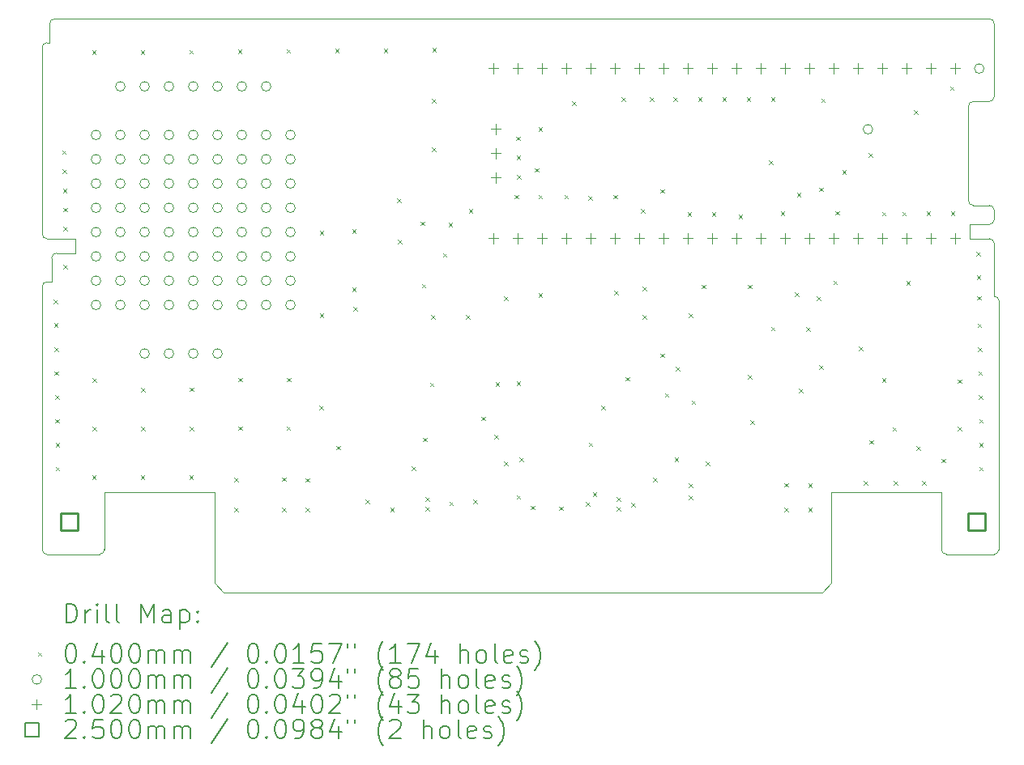
<source format=gbr>
%TF.GenerationSoftware,KiCad,Pcbnew,(6.0.9-0)*%
%TF.CreationDate,2022-11-10T09:06:53+01:00*%
%TF.ProjectId,picocart64_v1_lite,7069636f-6361-4727-9436-345f76315f6c,rev?*%
%TF.SameCoordinates,Original*%
%TF.FileFunction,Drillmap*%
%TF.FilePolarity,Positive*%
%FSLAX45Y45*%
G04 Gerber Fmt 4.5, Leading zero omitted, Abs format (unit mm)*
G04 Created by KiCad (PCBNEW (6.0.9-0)) date 2022-11-10 09:06:53*
%MOMM*%
%LPD*%
G01*
G04 APERTURE LIST*
%ADD10C,0.100000*%
%ADD11C,0.200000*%
%ADD12C,0.040000*%
%ADD13C,0.102000*%
%ADD14C,0.250000*%
G04 APERTURE END LIST*
D10*
X18250000Y-11900000D02*
X18250000Y-10950000D01*
X19400000Y-10950000D02*
X18250000Y-10950000D01*
X19400000Y-10950000D02*
X19400000Y-11550000D01*
X19950000Y-11600000D02*
X19450000Y-11600000D01*
X20000000Y-11550000D02*
X20000000Y-8950000D01*
X19690000Y-8300000D02*
X19690000Y-8150000D01*
X19900000Y-8150000D02*
X19690000Y-8150000D01*
X11800000Y-11900000D02*
X11900000Y-12000000D01*
X18250000Y-11900000D02*
X18150000Y-12000000D01*
X10130000Y-6000000D02*
G75*
G03*
X10080000Y-6050000I0J-50000D01*
G01*
X10050000Y-6250000D02*
G75*
G03*
X10000000Y-6300000I0J-50000D01*
G01*
X10000000Y-8250000D02*
G75*
G03*
X10050000Y-8300000I50000J0D01*
G01*
X10150000Y-8450000D02*
G75*
G03*
X10100000Y-8500000I0J-50000D01*
G01*
X10050000Y-8750000D02*
G75*
G03*
X10000000Y-8800000I0J-50000D01*
G01*
X10000000Y-11550000D02*
G75*
G03*
X10050000Y-11600000I50000J0D01*
G01*
X10600000Y-11600000D02*
G75*
G03*
X10650000Y-11550000I0J50000D01*
G01*
X19400000Y-11550000D02*
G75*
G03*
X19450000Y-11600000I50000J0D01*
G01*
X19950000Y-11600000D02*
G75*
G03*
X20000000Y-11550000I0J50000D01*
G01*
X19950000Y-8350000D02*
G75*
G03*
X19900000Y-8300000I-50000J0D01*
G01*
X19900000Y-8150000D02*
G75*
G03*
X19950000Y-8100000I0J50000D01*
G01*
X20000000Y-8950000D02*
G75*
G03*
X19950000Y-8900000I-50000J0D01*
G01*
X19730000Y-6865000D02*
G75*
G03*
X19680000Y-6915000I0J-50000D01*
G01*
X19950000Y-8350000D02*
X19950000Y-8900000D01*
X11800000Y-11900000D02*
X11800000Y-10950000D01*
X19950000Y-8000000D02*
G75*
G03*
X19900000Y-7950000I-50000J0D01*
G01*
X10650000Y-10950000D02*
X10650000Y-11550000D01*
X19950000Y-6050000D02*
G75*
G03*
X19900000Y-6000000I-50000J0D01*
G01*
X19680000Y-7900000D02*
G75*
G03*
X19730000Y-7950000I50000J0D01*
G01*
X18150000Y-12000000D02*
X11900000Y-12000000D01*
X19899645Y-6864645D02*
X19730000Y-6865000D01*
X11800000Y-10950000D02*
X10650000Y-10950000D01*
X10350000Y-8450000D02*
X10350000Y-8300000D01*
X19949645Y-6814645D02*
X19950000Y-6050000D01*
X10150000Y-8450000D02*
X10350000Y-8450000D01*
X10600000Y-11600000D02*
X10050000Y-11600000D01*
X10050000Y-6250000D02*
X10080000Y-6250000D01*
X10000000Y-8250000D02*
X10000000Y-6300000D01*
X10080000Y-6250000D02*
X10080000Y-6050000D01*
X10130000Y-6000000D02*
X19900000Y-6000000D01*
X10000000Y-11550000D02*
X10000000Y-8800000D01*
X19900000Y-7950000D02*
X19730000Y-7950000D01*
X10050000Y-8750000D02*
X10100000Y-8750000D01*
X19899645Y-6864645D02*
G75*
G03*
X19949645Y-6814645I-5J50005D01*
G01*
X10100000Y-8750000D02*
X10100000Y-8500000D01*
X19900000Y-8300000D02*
X19690000Y-8300000D01*
X19950000Y-8100000D02*
X19950000Y-8000000D01*
X10350000Y-8300000D02*
X10050000Y-8300000D01*
X19680000Y-7900000D02*
X19680000Y-6915000D01*
D11*
D12*
X10118414Y-8935330D02*
X10158414Y-8975330D01*
X10158414Y-8935330D02*
X10118414Y-8975330D01*
X10122500Y-9185330D02*
X10162500Y-9225330D01*
X10162500Y-9185330D02*
X10122500Y-9225330D01*
X10126586Y-9435330D02*
X10166586Y-9475330D01*
X10166586Y-9435330D02*
X10126586Y-9475330D01*
X10130672Y-9685330D02*
X10170672Y-9725330D01*
X10170672Y-9685330D02*
X10130672Y-9725330D01*
X10134757Y-9935330D02*
X10174757Y-9975330D01*
X10174757Y-9935330D02*
X10134757Y-9975330D01*
X10138843Y-10185330D02*
X10178843Y-10225330D01*
X10178843Y-10185330D02*
X10138843Y-10225330D01*
X10139610Y-10435330D02*
X10179610Y-10475330D01*
X10179610Y-10435330D02*
X10139610Y-10475330D01*
X10139610Y-10685330D02*
X10179610Y-10725330D01*
X10179610Y-10685330D02*
X10139610Y-10725330D01*
X10208881Y-7376000D02*
X10248881Y-7416000D01*
X10248881Y-7376000D02*
X10208881Y-7416000D01*
X10212286Y-7576000D02*
X10252286Y-7616000D01*
X10252286Y-7576000D02*
X10212286Y-7616000D01*
X10215690Y-7776000D02*
X10255690Y-7816000D01*
X10255690Y-7776000D02*
X10215690Y-7816000D01*
X10219095Y-7976000D02*
X10259095Y-8016000D01*
X10259095Y-7976000D02*
X10219095Y-8016000D01*
X10222500Y-8176000D02*
X10262500Y-8216000D01*
X10262500Y-8176000D02*
X10222500Y-8216000D01*
X10222500Y-8576000D02*
X10262500Y-8616000D01*
X10262500Y-8576000D02*
X10222500Y-8616000D01*
X10521000Y-6330000D02*
X10561000Y-6370000D01*
X10561000Y-6330000D02*
X10521000Y-6370000D01*
X10521000Y-10775000D02*
X10561000Y-10815000D01*
X10561000Y-10775000D02*
X10521000Y-10815000D01*
X10522970Y-10267000D02*
X10562970Y-10307000D01*
X10562970Y-10267000D02*
X10522970Y-10307000D01*
X10526556Y-9759000D02*
X10566556Y-9799000D01*
X10566556Y-9759000D02*
X10526556Y-9799000D01*
X11029000Y-6329998D02*
X11069000Y-6369998D01*
X11069000Y-6329998D02*
X11029000Y-6369998D01*
X11029000Y-10773750D02*
X11069000Y-10813750D01*
X11069000Y-10773750D02*
X11029000Y-10813750D01*
X11030970Y-10265750D02*
X11070970Y-10305750D01*
X11070970Y-10265750D02*
X11030970Y-10305750D01*
X11034556Y-9857970D02*
X11074556Y-9897970D01*
X11074556Y-9857970D02*
X11034556Y-9897970D01*
X11537000Y-6325912D02*
X11577000Y-6365912D01*
X11577000Y-6325912D02*
X11537000Y-6365912D01*
X11537000Y-10771779D02*
X11577000Y-10811779D01*
X11577000Y-10771779D02*
X11537000Y-10811779D01*
X11538970Y-10263779D02*
X11578970Y-10303779D01*
X11578970Y-10263779D02*
X11538970Y-10303779D01*
X11542556Y-9856000D02*
X11582556Y-9896000D01*
X11582556Y-9856000D02*
X11542556Y-9896000D01*
X12005000Y-10800000D02*
X12045000Y-10840000D01*
X12045000Y-10800000D02*
X12005000Y-10840000D01*
X12005000Y-11115000D02*
X12045000Y-11155000D01*
X12045000Y-11115000D02*
X12005000Y-11155000D01*
X12045000Y-6321827D02*
X12085000Y-6361827D01*
X12085000Y-6321827D02*
X12045000Y-6361827D01*
X12046970Y-10261809D02*
X12086970Y-10301809D01*
X12086970Y-10261809D02*
X12046970Y-10301809D01*
X12050556Y-9753809D02*
X12090556Y-9793809D01*
X12090556Y-9753809D02*
X12050556Y-9793809D01*
X12505000Y-10795000D02*
X12545000Y-10835000D01*
X12545000Y-10795000D02*
X12505000Y-10835000D01*
X12505000Y-11115000D02*
X12545000Y-11155000D01*
X12545000Y-11115000D02*
X12505000Y-11155000D01*
X12553000Y-6317741D02*
X12593000Y-6357741D01*
X12593000Y-6317741D02*
X12553000Y-6357741D01*
X12553000Y-10261449D02*
X12593000Y-10301449D01*
X12593000Y-10261449D02*
X12553000Y-10301449D01*
X12556586Y-9753449D02*
X12596586Y-9793449D01*
X12596586Y-9753449D02*
X12556586Y-9793449D01*
X12755000Y-10805000D02*
X12795000Y-10845000D01*
X12795000Y-10805000D02*
X12755000Y-10845000D01*
X12755000Y-11115000D02*
X12795000Y-11155000D01*
X12795000Y-11115000D02*
X12755000Y-11155000D01*
X12895000Y-10045000D02*
X12935000Y-10085000D01*
X12935000Y-10045000D02*
X12895000Y-10085000D01*
X12900000Y-8215000D02*
X12940000Y-8255000D01*
X12940000Y-8215000D02*
X12900000Y-8255000D01*
X12900000Y-9080650D02*
X12940000Y-9120650D01*
X12940000Y-9080650D02*
X12900000Y-9120650D01*
X13061000Y-6313655D02*
X13101000Y-6353655D01*
X13101000Y-6313655D02*
X13061000Y-6353655D01*
X13075000Y-10465000D02*
X13115000Y-10505000D01*
X13115000Y-10465000D02*
X13075000Y-10505000D01*
X13240000Y-8200000D02*
X13280000Y-8240000D01*
X13280000Y-8200000D02*
X13240000Y-8240000D01*
X13240000Y-8810000D02*
X13280000Y-8850000D01*
X13280000Y-8810000D02*
X13240000Y-8850000D01*
X13255000Y-9015000D02*
X13295000Y-9055000D01*
X13295000Y-9015000D02*
X13255000Y-9055000D01*
X13377500Y-11031000D02*
X13417500Y-11071000D01*
X13417500Y-11031000D02*
X13377500Y-11071000D01*
X13569000Y-6309569D02*
X13609000Y-6349569D01*
X13609000Y-6309569D02*
X13569000Y-6349569D01*
X13637500Y-11111000D02*
X13677500Y-11151000D01*
X13677500Y-11111000D02*
X13637500Y-11151000D01*
X13707500Y-7881000D02*
X13747500Y-7921000D01*
X13747500Y-7881000D02*
X13707500Y-7921000D01*
X13717500Y-8311000D02*
X13757500Y-8351000D01*
X13757500Y-8311000D02*
X13717500Y-8351000D01*
X13862500Y-10681000D02*
X13902500Y-10721000D01*
X13902500Y-10681000D02*
X13862500Y-10721000D01*
X13957500Y-8121000D02*
X13997500Y-8161000D01*
X13997500Y-8121000D02*
X13957500Y-8161000D01*
X13967500Y-8771000D02*
X14007500Y-8811000D01*
X14007500Y-8771000D02*
X13967500Y-8811000D01*
X13977500Y-10381000D02*
X14017500Y-10421000D01*
X14017500Y-10381000D02*
X13977500Y-10421000D01*
X14004100Y-11005900D02*
X14044100Y-11045900D01*
X14044100Y-11005900D02*
X14004100Y-11045900D01*
X14004100Y-11105900D02*
X14044100Y-11145900D01*
X14044100Y-11105900D02*
X14004100Y-11145900D01*
X14052780Y-9805120D02*
X14092780Y-9845120D01*
X14092780Y-9805120D02*
X14052780Y-9845120D01*
X14067500Y-9095000D02*
X14107500Y-9135000D01*
X14107500Y-9095000D02*
X14067500Y-9135000D01*
X14070532Y-7346000D02*
X14110532Y-7386000D01*
X14110532Y-7346000D02*
X14070532Y-7386000D01*
X14074618Y-6838000D02*
X14114618Y-6878000D01*
X14114618Y-6838000D02*
X14074618Y-6878000D01*
X14077000Y-6305483D02*
X14117000Y-6345483D01*
X14117000Y-6305483D02*
X14077000Y-6345483D01*
X14187500Y-8451000D02*
X14227500Y-8491000D01*
X14227500Y-8451000D02*
X14187500Y-8491000D01*
X14247500Y-8131000D02*
X14287500Y-8171000D01*
X14287500Y-8131000D02*
X14247500Y-8171000D01*
X14255000Y-11050000D02*
X14295000Y-11090000D01*
X14295000Y-11050000D02*
X14255000Y-11090000D01*
X14427500Y-9095000D02*
X14467500Y-9135000D01*
X14467500Y-9095000D02*
X14427500Y-9135000D01*
X14457500Y-7991000D02*
X14497500Y-8031000D01*
X14497500Y-7991000D02*
X14457500Y-8031000D01*
X14505000Y-11031000D02*
X14545000Y-11071000D01*
X14545000Y-11031000D02*
X14505000Y-11071000D01*
X14587500Y-10161000D02*
X14627500Y-10201000D01*
X14627500Y-10161000D02*
X14587500Y-10201000D01*
X14727500Y-10351000D02*
X14767500Y-10391000D01*
X14767500Y-10351000D02*
X14727500Y-10391000D01*
X14737500Y-9801000D02*
X14777500Y-9841000D01*
X14777500Y-9801000D02*
X14737500Y-9841000D01*
X14827500Y-8901000D02*
X14867500Y-8941000D01*
X14867500Y-8901000D02*
X14827500Y-8941000D01*
X14827500Y-10631000D02*
X14867500Y-10671000D01*
X14867500Y-10631000D02*
X14827500Y-10671000D01*
X14937500Y-7841000D02*
X14977500Y-7881000D01*
X14977500Y-7841000D02*
X14937500Y-7881000D01*
X14954801Y-7231000D02*
X14994801Y-7271000D01*
X14994801Y-7231000D02*
X14954801Y-7271000D01*
X14957500Y-9791000D02*
X14997500Y-9831000D01*
X14997500Y-9791000D02*
X14957500Y-9831000D01*
X14957500Y-10981000D02*
X14997500Y-11021000D01*
X14997500Y-10981000D02*
X14957500Y-11021000D01*
X14957638Y-7431000D02*
X14997638Y-7471000D01*
X14997638Y-7431000D02*
X14957638Y-7471000D01*
X14960476Y-7631000D02*
X15000476Y-7671000D01*
X15000476Y-7631000D02*
X14960476Y-7671000D01*
X14987500Y-10591000D02*
X15027500Y-10631000D01*
X15027500Y-10591000D02*
X14987500Y-10631000D01*
X15107500Y-11091000D02*
X15147500Y-11131000D01*
X15147500Y-11091000D02*
X15107500Y-11131000D01*
X15147500Y-7561000D02*
X15187500Y-7601000D01*
X15187500Y-7561000D02*
X15147500Y-7601000D01*
X15187500Y-7131000D02*
X15227500Y-7171000D01*
X15227500Y-7131000D02*
X15187500Y-7171000D01*
X15187500Y-7841000D02*
X15227500Y-7881000D01*
X15227500Y-7841000D02*
X15187500Y-7881000D01*
X15187500Y-8871000D02*
X15227500Y-8911000D01*
X15227500Y-8871000D02*
X15187500Y-8911000D01*
X15400000Y-11100000D02*
X15440000Y-11140000D01*
X15440000Y-11100000D02*
X15400000Y-11140000D01*
X15457500Y-7841000D02*
X15497500Y-7881000D01*
X15497500Y-7841000D02*
X15457500Y-7881000D01*
X15537500Y-6861000D02*
X15577500Y-6901000D01*
X15577500Y-6861000D02*
X15537500Y-6901000D01*
X15685000Y-11055000D02*
X15725000Y-11095000D01*
X15725000Y-11055000D02*
X15685000Y-11095000D01*
X15707500Y-7851000D02*
X15747500Y-7891000D01*
X15747500Y-7851000D02*
X15707500Y-7891000D01*
X15712500Y-10431000D02*
X15752500Y-10471000D01*
X15752500Y-10431000D02*
X15712500Y-10471000D01*
X15755000Y-10950000D02*
X15795000Y-10990000D01*
X15795000Y-10950000D02*
X15755000Y-10990000D01*
X15842500Y-10046000D02*
X15882500Y-10086000D01*
X15882500Y-10046000D02*
X15842500Y-10086000D01*
X15967500Y-7841000D02*
X16007500Y-7881000D01*
X16007500Y-7841000D02*
X15967500Y-7881000D01*
X15977500Y-8841000D02*
X16017500Y-8881000D01*
X16017500Y-8841000D02*
X15977500Y-8881000D01*
X16004100Y-11005900D02*
X16044100Y-11045900D01*
X16044100Y-11005900D02*
X16004100Y-11045900D01*
X16004100Y-11105200D02*
X16044100Y-11145200D01*
X16044100Y-11105200D02*
X16004100Y-11145200D01*
X16057500Y-6821000D02*
X16097500Y-6861000D01*
X16097500Y-6821000D02*
X16057500Y-6861000D01*
X16097500Y-9746000D02*
X16137500Y-9786000D01*
X16137500Y-9746000D02*
X16097500Y-9786000D01*
X16157500Y-11061000D02*
X16197500Y-11101000D01*
X16197500Y-11061000D02*
X16157500Y-11101000D01*
X16257500Y-7991000D02*
X16297500Y-8031000D01*
X16297500Y-7991000D02*
X16257500Y-8031000D01*
X16277500Y-8801000D02*
X16317500Y-8841000D01*
X16317500Y-8801000D02*
X16277500Y-8841000D01*
X16277500Y-9095000D02*
X16317500Y-9135000D01*
X16317500Y-9095000D02*
X16277500Y-9135000D01*
X16347905Y-6821000D02*
X16387905Y-6861000D01*
X16387905Y-6821000D02*
X16347905Y-6861000D01*
X16387500Y-10801000D02*
X16427500Y-10841000D01*
X16427500Y-10801000D02*
X16387500Y-10841000D01*
X16462500Y-7781000D02*
X16502500Y-7821000D01*
X16502500Y-7781000D02*
X16462500Y-7821000D01*
X16462500Y-9501000D02*
X16502500Y-9541000D01*
X16502500Y-9501000D02*
X16462500Y-9541000D01*
X16507500Y-9916000D02*
X16547500Y-9956000D01*
X16547500Y-9916000D02*
X16507500Y-9956000D01*
X16597905Y-6821000D02*
X16637905Y-6861000D01*
X16637905Y-6821000D02*
X16597905Y-6861000D01*
X16610000Y-10585000D02*
X16650000Y-10625000D01*
X16650000Y-10585000D02*
X16610000Y-10625000D01*
X16622500Y-9641000D02*
X16662500Y-9681000D01*
X16662500Y-9641000D02*
X16622500Y-9681000D01*
X16744000Y-8022414D02*
X16784000Y-8062414D01*
X16784000Y-8022414D02*
X16744000Y-8062414D01*
X16755000Y-10860000D02*
X16795000Y-10900000D01*
X16795000Y-10860000D02*
X16755000Y-10900000D01*
X16755000Y-10985000D02*
X16795000Y-11025000D01*
X16795000Y-10985000D02*
X16755000Y-11025000D01*
X16757500Y-9080650D02*
X16797500Y-9120650D01*
X16797500Y-9080650D02*
X16757500Y-9120650D01*
X16787500Y-9991000D02*
X16827500Y-10031000D01*
X16827500Y-9991000D02*
X16787500Y-10031000D01*
X16855500Y-6823280D02*
X16895500Y-6863280D01*
X16895500Y-6823280D02*
X16855500Y-6863280D01*
X16892500Y-8781500D02*
X16932500Y-8821500D01*
X16932500Y-8781500D02*
X16892500Y-8821500D01*
X16933140Y-10628080D02*
X16973140Y-10668080D01*
X16973140Y-10628080D02*
X16933140Y-10668080D01*
X16998000Y-8020050D02*
X17038000Y-8060050D01*
X17038000Y-8020050D02*
X16998000Y-8060050D01*
X17109500Y-6823281D02*
X17149500Y-6863281D01*
X17149500Y-6823281D02*
X17109500Y-6863281D01*
X17277500Y-8051000D02*
X17317500Y-8091000D01*
X17317500Y-8051000D02*
X17277500Y-8091000D01*
X17363500Y-6822140D02*
X17403500Y-6862140D01*
X17403500Y-6822140D02*
X17363500Y-6862140D01*
X17372500Y-9726000D02*
X17412500Y-9766000D01*
X17412500Y-9726000D02*
X17372500Y-9766000D01*
X17377500Y-8781000D02*
X17417500Y-8821000D01*
X17417500Y-8781000D02*
X17377500Y-8821000D01*
X17402500Y-10201000D02*
X17442500Y-10241000D01*
X17442500Y-10201000D02*
X17402500Y-10241000D01*
X17597500Y-7481000D02*
X17637500Y-7521000D01*
X17637500Y-7481000D02*
X17597500Y-7521000D01*
X17617500Y-6821000D02*
X17657500Y-6861000D01*
X17657500Y-6821000D02*
X17617500Y-6861000D01*
X17617500Y-9221000D02*
X17657500Y-9261000D01*
X17657500Y-9221000D02*
X17617500Y-9261000D01*
X17718000Y-8016491D02*
X17758000Y-8056491D01*
X17758000Y-8016491D02*
X17718000Y-8056491D01*
X17755000Y-10855000D02*
X17795000Y-10895000D01*
X17795000Y-10855000D02*
X17755000Y-10895000D01*
X17755000Y-11115000D02*
X17795000Y-11155000D01*
X17795000Y-11115000D02*
X17755000Y-11155000D01*
X17867500Y-8861000D02*
X17907500Y-8901000D01*
X17907500Y-8861000D02*
X17867500Y-8901000D01*
X17887500Y-7821000D02*
X17927500Y-7861000D01*
X17927500Y-7821000D02*
X17887500Y-7861000D01*
X17907500Y-9871000D02*
X17947500Y-9911000D01*
X17947500Y-9871000D02*
X17907500Y-9911000D01*
X17984700Y-9226000D02*
X18024700Y-9266000D01*
X18024700Y-9226000D02*
X17984700Y-9266000D01*
X18005000Y-10860000D02*
X18045000Y-10900000D01*
X18045000Y-10860000D02*
X18005000Y-10900000D01*
X18005000Y-11115000D02*
X18045000Y-11155000D01*
X18045000Y-11115000D02*
X18005000Y-11155000D01*
X18096460Y-8900880D02*
X18136460Y-8940880D01*
X18136460Y-8900880D02*
X18096460Y-8940880D01*
X18117500Y-9621000D02*
X18157500Y-9661000D01*
X18157500Y-9621000D02*
X18117500Y-9661000D01*
X18120000Y-7765500D02*
X18160000Y-7805500D01*
X18160000Y-7765500D02*
X18120000Y-7805500D01*
X18141000Y-6833897D02*
X18181000Y-6873897D01*
X18181000Y-6833897D02*
X18141000Y-6873897D01*
X18268000Y-8738796D02*
X18308000Y-8778796D01*
X18308000Y-8738796D02*
X18268000Y-8778796D01*
X18287500Y-8010817D02*
X18327500Y-8050817D01*
X18327500Y-8010817D02*
X18287500Y-8050817D01*
X18362500Y-7581000D02*
X18402500Y-7621000D01*
X18402500Y-7581000D02*
X18362500Y-7621000D01*
X18537500Y-9431000D02*
X18577500Y-9471000D01*
X18577500Y-9431000D02*
X18537500Y-9471000D01*
X18587500Y-10836350D02*
X18627500Y-10876350D01*
X18627500Y-10836350D02*
X18587500Y-10876350D01*
X18637500Y-7406000D02*
X18677500Y-7446000D01*
X18677500Y-7406000D02*
X18637500Y-7446000D01*
X18647500Y-10406000D02*
X18687500Y-10446000D01*
X18687500Y-10406000D02*
X18647500Y-10446000D01*
X18775879Y-8019500D02*
X18815879Y-8059500D01*
X18815879Y-8019500D02*
X18775879Y-8059500D01*
X18776000Y-9755935D02*
X18816000Y-9795935D01*
X18816000Y-9755935D02*
X18776000Y-9795935D01*
X18887500Y-10271000D02*
X18927500Y-10311000D01*
X18927500Y-10271000D02*
X18887500Y-10311000D01*
X18897500Y-10836350D02*
X18937500Y-10876350D01*
X18937500Y-10836350D02*
X18897500Y-10876350D01*
X18988000Y-8019329D02*
X19028000Y-8059329D01*
X19028000Y-8019329D02*
X18988000Y-8059329D01*
X19030000Y-8743000D02*
X19070000Y-8783000D01*
X19070000Y-8743000D02*
X19030000Y-8783000D01*
X19112500Y-6956000D02*
X19152500Y-6996000D01*
X19152500Y-6956000D02*
X19112500Y-6996000D01*
X19137500Y-10471000D02*
X19177500Y-10511000D01*
X19177500Y-10471000D02*
X19137500Y-10511000D01*
X19197500Y-10836350D02*
X19237500Y-10876350D01*
X19237500Y-10836350D02*
X19197500Y-10876350D01*
X19242000Y-8016491D02*
X19282000Y-8056491D01*
X19282000Y-8016491D02*
X19242000Y-8056491D01*
X19397500Y-10601000D02*
X19437500Y-10641000D01*
X19437500Y-10601000D02*
X19397500Y-10641000D01*
X19487500Y-6706000D02*
X19527500Y-6746000D01*
X19527500Y-6706000D02*
X19487500Y-6746000D01*
X19496000Y-8013654D02*
X19536000Y-8053654D01*
X19536000Y-8013654D02*
X19496000Y-8053654D01*
X19567500Y-9771000D02*
X19607500Y-9811000D01*
X19607500Y-9771000D02*
X19567500Y-9811000D01*
X19567500Y-10267000D02*
X19607500Y-10307000D01*
X19607500Y-10267000D02*
X19567500Y-10307000D01*
X19763133Y-8436000D02*
X19803133Y-8476000D01*
X19803133Y-8436000D02*
X19763133Y-8476000D01*
X19767219Y-8686000D02*
X19807219Y-8726000D01*
X19807219Y-8686000D02*
X19767219Y-8726000D01*
X19768500Y-8898000D02*
X19808500Y-8938000D01*
X19808500Y-8898000D02*
X19768500Y-8938000D01*
X19775390Y-9186000D02*
X19815390Y-9226000D01*
X19815390Y-9186000D02*
X19775390Y-9226000D01*
X19779476Y-9436000D02*
X19819476Y-9476000D01*
X19819476Y-9436000D02*
X19779476Y-9476000D01*
X19783562Y-9686000D02*
X19823562Y-9726000D01*
X19823562Y-9686000D02*
X19783562Y-9726000D01*
X19787648Y-9936000D02*
X19827648Y-9976000D01*
X19827648Y-9936000D02*
X19787648Y-9976000D01*
X19791734Y-10186000D02*
X19831734Y-10226000D01*
X19831734Y-10186000D02*
X19791734Y-10226000D01*
X19792500Y-10436000D02*
X19832500Y-10476000D01*
X19832500Y-10436000D02*
X19792500Y-10476000D01*
X19792500Y-10686000D02*
X19832500Y-10726000D01*
X19832500Y-10686000D02*
X19792500Y-10726000D01*
D10*
X10612500Y-7214000D02*
G75*
G03*
X10612500Y-7214000I-50000J0D01*
G01*
X10612500Y-7468000D02*
G75*
G03*
X10612500Y-7468000I-50000J0D01*
G01*
X10612500Y-7722000D02*
G75*
G03*
X10612500Y-7722000I-50000J0D01*
G01*
X10612500Y-7976000D02*
G75*
G03*
X10612500Y-7976000I-50000J0D01*
G01*
X10612500Y-8230000D02*
G75*
G03*
X10612500Y-8230000I-50000J0D01*
G01*
X10612500Y-8484000D02*
G75*
G03*
X10612500Y-8484000I-50000J0D01*
G01*
X10612500Y-8738000D02*
G75*
G03*
X10612500Y-8738000I-50000J0D01*
G01*
X10612500Y-8992000D02*
G75*
G03*
X10612500Y-8992000I-50000J0D01*
G01*
X10866500Y-6706000D02*
G75*
G03*
X10866500Y-6706000I-50000J0D01*
G01*
X10866500Y-7214000D02*
G75*
G03*
X10866500Y-7214000I-50000J0D01*
G01*
X10866500Y-7468000D02*
G75*
G03*
X10866500Y-7468000I-50000J0D01*
G01*
X10866500Y-7722000D02*
G75*
G03*
X10866500Y-7722000I-50000J0D01*
G01*
X10866500Y-7976000D02*
G75*
G03*
X10866500Y-7976000I-50000J0D01*
G01*
X10866500Y-8230000D02*
G75*
G03*
X10866500Y-8230000I-50000J0D01*
G01*
X10866500Y-8484000D02*
G75*
G03*
X10866500Y-8484000I-50000J0D01*
G01*
X10866500Y-8738000D02*
G75*
G03*
X10866500Y-8738000I-50000J0D01*
G01*
X10866500Y-8992000D02*
G75*
G03*
X10866500Y-8992000I-50000J0D01*
G01*
X11120500Y-6706000D02*
G75*
G03*
X11120500Y-6706000I-50000J0D01*
G01*
X11120500Y-7214000D02*
G75*
G03*
X11120500Y-7214000I-50000J0D01*
G01*
X11120500Y-7468000D02*
G75*
G03*
X11120500Y-7468000I-50000J0D01*
G01*
X11120500Y-7722000D02*
G75*
G03*
X11120500Y-7722000I-50000J0D01*
G01*
X11120500Y-7976000D02*
G75*
G03*
X11120500Y-7976000I-50000J0D01*
G01*
X11120500Y-8230000D02*
G75*
G03*
X11120500Y-8230000I-50000J0D01*
G01*
X11120500Y-8484000D02*
G75*
G03*
X11120500Y-8484000I-50000J0D01*
G01*
X11120500Y-8738000D02*
G75*
G03*
X11120500Y-8738000I-50000J0D01*
G01*
X11120500Y-8992000D02*
G75*
G03*
X11120500Y-8992000I-50000J0D01*
G01*
X11120500Y-9500000D02*
G75*
G03*
X11120500Y-9500000I-50000J0D01*
G01*
X11374500Y-6706000D02*
G75*
G03*
X11374500Y-6706000I-50000J0D01*
G01*
X11374500Y-7214000D02*
G75*
G03*
X11374500Y-7214000I-50000J0D01*
G01*
X11374500Y-7468000D02*
G75*
G03*
X11374500Y-7468000I-50000J0D01*
G01*
X11374500Y-7722000D02*
G75*
G03*
X11374500Y-7722000I-50000J0D01*
G01*
X11374500Y-7976000D02*
G75*
G03*
X11374500Y-7976000I-50000J0D01*
G01*
X11374500Y-8230000D02*
G75*
G03*
X11374500Y-8230000I-50000J0D01*
G01*
X11374500Y-8484000D02*
G75*
G03*
X11374500Y-8484000I-50000J0D01*
G01*
X11374500Y-8738000D02*
G75*
G03*
X11374500Y-8738000I-50000J0D01*
G01*
X11374500Y-8992000D02*
G75*
G03*
X11374500Y-8992000I-50000J0D01*
G01*
X11374500Y-9500000D02*
G75*
G03*
X11374500Y-9500000I-50000J0D01*
G01*
X11628500Y-6706000D02*
G75*
G03*
X11628500Y-6706000I-50000J0D01*
G01*
X11628500Y-7214000D02*
G75*
G03*
X11628500Y-7214000I-50000J0D01*
G01*
X11628500Y-7468000D02*
G75*
G03*
X11628500Y-7468000I-50000J0D01*
G01*
X11628500Y-7722000D02*
G75*
G03*
X11628500Y-7722000I-50000J0D01*
G01*
X11628500Y-7976000D02*
G75*
G03*
X11628500Y-7976000I-50000J0D01*
G01*
X11628500Y-8230000D02*
G75*
G03*
X11628500Y-8230000I-50000J0D01*
G01*
X11628500Y-8484000D02*
G75*
G03*
X11628500Y-8484000I-50000J0D01*
G01*
X11628500Y-8738000D02*
G75*
G03*
X11628500Y-8738000I-50000J0D01*
G01*
X11628500Y-8992000D02*
G75*
G03*
X11628500Y-8992000I-50000J0D01*
G01*
X11628500Y-9500000D02*
G75*
G03*
X11628500Y-9500000I-50000J0D01*
G01*
X11882500Y-6706000D02*
G75*
G03*
X11882500Y-6706000I-50000J0D01*
G01*
X11882500Y-7214000D02*
G75*
G03*
X11882500Y-7214000I-50000J0D01*
G01*
X11882500Y-7468000D02*
G75*
G03*
X11882500Y-7468000I-50000J0D01*
G01*
X11882500Y-7722000D02*
G75*
G03*
X11882500Y-7722000I-50000J0D01*
G01*
X11882500Y-7976000D02*
G75*
G03*
X11882500Y-7976000I-50000J0D01*
G01*
X11882500Y-8230000D02*
G75*
G03*
X11882500Y-8230000I-50000J0D01*
G01*
X11882500Y-8484000D02*
G75*
G03*
X11882500Y-8484000I-50000J0D01*
G01*
X11882500Y-8738000D02*
G75*
G03*
X11882500Y-8738000I-50000J0D01*
G01*
X11882500Y-8992000D02*
G75*
G03*
X11882500Y-8992000I-50000J0D01*
G01*
X11882500Y-9500000D02*
G75*
G03*
X11882500Y-9500000I-50000J0D01*
G01*
X12136500Y-6706000D02*
G75*
G03*
X12136500Y-6706000I-50000J0D01*
G01*
X12136500Y-7214000D02*
G75*
G03*
X12136500Y-7214000I-50000J0D01*
G01*
X12136500Y-7468000D02*
G75*
G03*
X12136500Y-7468000I-50000J0D01*
G01*
X12136500Y-7722000D02*
G75*
G03*
X12136500Y-7722000I-50000J0D01*
G01*
X12136500Y-7976000D02*
G75*
G03*
X12136500Y-7976000I-50000J0D01*
G01*
X12136500Y-8230000D02*
G75*
G03*
X12136500Y-8230000I-50000J0D01*
G01*
X12136500Y-8484000D02*
G75*
G03*
X12136500Y-8484000I-50000J0D01*
G01*
X12136500Y-8738000D02*
G75*
G03*
X12136500Y-8738000I-50000J0D01*
G01*
X12136500Y-8992000D02*
G75*
G03*
X12136500Y-8992000I-50000J0D01*
G01*
X12390500Y-6706000D02*
G75*
G03*
X12390500Y-6706000I-50000J0D01*
G01*
X12390500Y-7214000D02*
G75*
G03*
X12390500Y-7214000I-50000J0D01*
G01*
X12390500Y-7468000D02*
G75*
G03*
X12390500Y-7468000I-50000J0D01*
G01*
X12390500Y-7722000D02*
G75*
G03*
X12390500Y-7722000I-50000J0D01*
G01*
X12390500Y-7976000D02*
G75*
G03*
X12390500Y-7976000I-50000J0D01*
G01*
X12390500Y-8230000D02*
G75*
G03*
X12390500Y-8230000I-50000J0D01*
G01*
X12390500Y-8484000D02*
G75*
G03*
X12390500Y-8484000I-50000J0D01*
G01*
X12390500Y-8738000D02*
G75*
G03*
X12390500Y-8738000I-50000J0D01*
G01*
X12390500Y-8992000D02*
G75*
G03*
X12390500Y-8992000I-50000J0D01*
G01*
X12644500Y-7214000D02*
G75*
G03*
X12644500Y-7214000I-50000J0D01*
G01*
X12644500Y-7468000D02*
G75*
G03*
X12644500Y-7468000I-50000J0D01*
G01*
X12644500Y-7722000D02*
G75*
G03*
X12644500Y-7722000I-50000J0D01*
G01*
X12644500Y-7976000D02*
G75*
G03*
X12644500Y-7976000I-50000J0D01*
G01*
X12644500Y-8230000D02*
G75*
G03*
X12644500Y-8230000I-50000J0D01*
G01*
X12644500Y-8484000D02*
G75*
G03*
X12644500Y-8484000I-50000J0D01*
G01*
X12644500Y-8738000D02*
G75*
G03*
X12644500Y-8738000I-50000J0D01*
G01*
X12644500Y-8992000D02*
G75*
G03*
X12644500Y-8992000I-50000J0D01*
G01*
X18680000Y-7155000D02*
G75*
G03*
X18680000Y-7155000I-50000J0D01*
G01*
X19843999Y-6520000D02*
G75*
G03*
X19843999Y-6520000I-50000J0D01*
G01*
D13*
X14715860Y-6467500D02*
X14715860Y-6569500D01*
X14664860Y-6518500D02*
X14766860Y-6518500D01*
X14715860Y-8245500D02*
X14715860Y-8347500D01*
X14664860Y-8296500D02*
X14766860Y-8296500D01*
X14738860Y-7102500D02*
X14738860Y-7204500D01*
X14687860Y-7153500D02*
X14789860Y-7153500D01*
X14738860Y-7356500D02*
X14738860Y-7458500D01*
X14687860Y-7407500D02*
X14789860Y-7407500D01*
X14738860Y-7610500D02*
X14738860Y-7712500D01*
X14687860Y-7661500D02*
X14789860Y-7661500D01*
X14969860Y-6467500D02*
X14969860Y-6569500D01*
X14918860Y-6518500D02*
X15020860Y-6518500D01*
X14969860Y-8245500D02*
X14969860Y-8347500D01*
X14918860Y-8296500D02*
X15020860Y-8296500D01*
X15223860Y-6467500D02*
X15223860Y-6569500D01*
X15172860Y-6518500D02*
X15274860Y-6518500D01*
X15223860Y-8245500D02*
X15223860Y-8347500D01*
X15172860Y-8296500D02*
X15274860Y-8296500D01*
X15477860Y-6467500D02*
X15477860Y-6569500D01*
X15426860Y-6518500D02*
X15528860Y-6518500D01*
X15477860Y-8245500D02*
X15477860Y-8347500D01*
X15426860Y-8296500D02*
X15528860Y-8296500D01*
X15731860Y-6467500D02*
X15731860Y-6569500D01*
X15680860Y-6518500D02*
X15782860Y-6518500D01*
X15731860Y-8245500D02*
X15731860Y-8347500D01*
X15680860Y-8296500D02*
X15782860Y-8296500D01*
X15985860Y-6467500D02*
X15985860Y-6569500D01*
X15934860Y-6518500D02*
X16036860Y-6518500D01*
X15985860Y-8245500D02*
X15985860Y-8347500D01*
X15934860Y-8296500D02*
X16036860Y-8296500D01*
X16239860Y-6467500D02*
X16239860Y-6569500D01*
X16188860Y-6518500D02*
X16290860Y-6518500D01*
X16239860Y-8245500D02*
X16239860Y-8347500D01*
X16188860Y-8296500D02*
X16290860Y-8296500D01*
X16493860Y-6467500D02*
X16493860Y-6569500D01*
X16442860Y-6518500D02*
X16544860Y-6518500D01*
X16493860Y-8245500D02*
X16493860Y-8347500D01*
X16442860Y-8296500D02*
X16544860Y-8296500D01*
X16747860Y-6467500D02*
X16747860Y-6569500D01*
X16696860Y-6518500D02*
X16798860Y-6518500D01*
X16747860Y-8245500D02*
X16747860Y-8347500D01*
X16696860Y-8296500D02*
X16798860Y-8296500D01*
X17001860Y-6467500D02*
X17001860Y-6569500D01*
X16950860Y-6518500D02*
X17052860Y-6518500D01*
X17001860Y-8245500D02*
X17001860Y-8347500D01*
X16950860Y-8296500D02*
X17052860Y-8296500D01*
X17255860Y-6467500D02*
X17255860Y-6569500D01*
X17204860Y-6518500D02*
X17306860Y-6518500D01*
X17255860Y-8245500D02*
X17255860Y-8347500D01*
X17204860Y-8296500D02*
X17306860Y-8296500D01*
X17509860Y-6467500D02*
X17509860Y-6569500D01*
X17458860Y-6518500D02*
X17560860Y-6518500D01*
X17509860Y-8245500D02*
X17509860Y-8347500D01*
X17458860Y-8296500D02*
X17560860Y-8296500D01*
X17763860Y-6467500D02*
X17763860Y-6569500D01*
X17712860Y-6518500D02*
X17814860Y-6518500D01*
X17763860Y-8245500D02*
X17763860Y-8347500D01*
X17712860Y-8296500D02*
X17814860Y-8296500D01*
X18017860Y-6467500D02*
X18017860Y-6569500D01*
X17966860Y-6518500D02*
X18068860Y-6518500D01*
X18017860Y-8245500D02*
X18017860Y-8347500D01*
X17966860Y-8296500D02*
X18068860Y-8296500D01*
X18271860Y-6467500D02*
X18271860Y-6569500D01*
X18220860Y-6518500D02*
X18322860Y-6518500D01*
X18271860Y-8245500D02*
X18271860Y-8347500D01*
X18220860Y-8296500D02*
X18322860Y-8296500D01*
X18525860Y-6467500D02*
X18525860Y-6569500D01*
X18474860Y-6518500D02*
X18576860Y-6518500D01*
X18525860Y-8245500D02*
X18525860Y-8347500D01*
X18474860Y-8296500D02*
X18576860Y-8296500D01*
X18779860Y-6467500D02*
X18779860Y-6569500D01*
X18728860Y-6518500D02*
X18830860Y-6518500D01*
X18779860Y-8245500D02*
X18779860Y-8347500D01*
X18728860Y-8296500D02*
X18830860Y-8296500D01*
X19033860Y-6467500D02*
X19033860Y-6569500D01*
X18982860Y-6518500D02*
X19084860Y-6518500D01*
X19033860Y-8245500D02*
X19033860Y-8347500D01*
X18982860Y-8296500D02*
X19084860Y-8296500D01*
X19287860Y-6467500D02*
X19287860Y-6569500D01*
X19236860Y-6518500D02*
X19338860Y-6518500D01*
X19287860Y-8245500D02*
X19287860Y-8347500D01*
X19236860Y-8296500D02*
X19338860Y-8296500D01*
X19541860Y-6467500D02*
X19541860Y-6569500D01*
X19490860Y-6518500D02*
X19592860Y-6518500D01*
X19541860Y-8245500D02*
X19541860Y-8347500D01*
X19490860Y-8296500D02*
X19592860Y-8296500D01*
D14*
X10373389Y-11348389D02*
X10373389Y-11171611D01*
X10196611Y-11171611D01*
X10196611Y-11348389D01*
X10373389Y-11348389D01*
X19853389Y-11348389D02*
X19853389Y-11171611D01*
X19676611Y-11171611D01*
X19676611Y-11348389D01*
X19853389Y-11348389D01*
D11*
X10252619Y-12315476D02*
X10252619Y-12115476D01*
X10300238Y-12115476D01*
X10328810Y-12125000D01*
X10347857Y-12144048D01*
X10357381Y-12163095D01*
X10366905Y-12201190D01*
X10366905Y-12229762D01*
X10357381Y-12267857D01*
X10347857Y-12286905D01*
X10328810Y-12305952D01*
X10300238Y-12315476D01*
X10252619Y-12315476D01*
X10452619Y-12315476D02*
X10452619Y-12182143D01*
X10452619Y-12220238D02*
X10462143Y-12201190D01*
X10471667Y-12191667D01*
X10490714Y-12182143D01*
X10509762Y-12182143D01*
X10576429Y-12315476D02*
X10576429Y-12182143D01*
X10576429Y-12115476D02*
X10566905Y-12125000D01*
X10576429Y-12134524D01*
X10585952Y-12125000D01*
X10576429Y-12115476D01*
X10576429Y-12134524D01*
X10700238Y-12315476D02*
X10681190Y-12305952D01*
X10671667Y-12286905D01*
X10671667Y-12115476D01*
X10805000Y-12315476D02*
X10785952Y-12305952D01*
X10776429Y-12286905D01*
X10776429Y-12115476D01*
X11033571Y-12315476D02*
X11033571Y-12115476D01*
X11100238Y-12258333D01*
X11166905Y-12115476D01*
X11166905Y-12315476D01*
X11347857Y-12315476D02*
X11347857Y-12210714D01*
X11338333Y-12191667D01*
X11319286Y-12182143D01*
X11281190Y-12182143D01*
X11262143Y-12191667D01*
X11347857Y-12305952D02*
X11328809Y-12315476D01*
X11281190Y-12315476D01*
X11262143Y-12305952D01*
X11252619Y-12286905D01*
X11252619Y-12267857D01*
X11262143Y-12248809D01*
X11281190Y-12239286D01*
X11328809Y-12239286D01*
X11347857Y-12229762D01*
X11443095Y-12182143D02*
X11443095Y-12382143D01*
X11443095Y-12191667D02*
X11462143Y-12182143D01*
X11500238Y-12182143D01*
X11519286Y-12191667D01*
X11528809Y-12201190D01*
X11538333Y-12220238D01*
X11538333Y-12277381D01*
X11528809Y-12296428D01*
X11519286Y-12305952D01*
X11500238Y-12315476D01*
X11462143Y-12315476D01*
X11443095Y-12305952D01*
X11624048Y-12296428D02*
X11633571Y-12305952D01*
X11624048Y-12315476D01*
X11614524Y-12305952D01*
X11624048Y-12296428D01*
X11624048Y-12315476D01*
X11624048Y-12191667D02*
X11633571Y-12201190D01*
X11624048Y-12210714D01*
X11614524Y-12201190D01*
X11624048Y-12191667D01*
X11624048Y-12210714D01*
D12*
X9955000Y-12625000D02*
X9995000Y-12665000D01*
X9995000Y-12625000D02*
X9955000Y-12665000D01*
D11*
X10290714Y-12535476D02*
X10309762Y-12535476D01*
X10328810Y-12545000D01*
X10338333Y-12554524D01*
X10347857Y-12573571D01*
X10357381Y-12611667D01*
X10357381Y-12659286D01*
X10347857Y-12697381D01*
X10338333Y-12716428D01*
X10328810Y-12725952D01*
X10309762Y-12735476D01*
X10290714Y-12735476D01*
X10271667Y-12725952D01*
X10262143Y-12716428D01*
X10252619Y-12697381D01*
X10243095Y-12659286D01*
X10243095Y-12611667D01*
X10252619Y-12573571D01*
X10262143Y-12554524D01*
X10271667Y-12545000D01*
X10290714Y-12535476D01*
X10443095Y-12716428D02*
X10452619Y-12725952D01*
X10443095Y-12735476D01*
X10433571Y-12725952D01*
X10443095Y-12716428D01*
X10443095Y-12735476D01*
X10624048Y-12602143D02*
X10624048Y-12735476D01*
X10576429Y-12525952D02*
X10528810Y-12668809D01*
X10652619Y-12668809D01*
X10766905Y-12535476D02*
X10785952Y-12535476D01*
X10805000Y-12545000D01*
X10814524Y-12554524D01*
X10824048Y-12573571D01*
X10833571Y-12611667D01*
X10833571Y-12659286D01*
X10824048Y-12697381D01*
X10814524Y-12716428D01*
X10805000Y-12725952D01*
X10785952Y-12735476D01*
X10766905Y-12735476D01*
X10747857Y-12725952D01*
X10738333Y-12716428D01*
X10728810Y-12697381D01*
X10719286Y-12659286D01*
X10719286Y-12611667D01*
X10728810Y-12573571D01*
X10738333Y-12554524D01*
X10747857Y-12545000D01*
X10766905Y-12535476D01*
X10957381Y-12535476D02*
X10976429Y-12535476D01*
X10995476Y-12545000D01*
X11005000Y-12554524D01*
X11014524Y-12573571D01*
X11024048Y-12611667D01*
X11024048Y-12659286D01*
X11014524Y-12697381D01*
X11005000Y-12716428D01*
X10995476Y-12725952D01*
X10976429Y-12735476D01*
X10957381Y-12735476D01*
X10938333Y-12725952D01*
X10928810Y-12716428D01*
X10919286Y-12697381D01*
X10909762Y-12659286D01*
X10909762Y-12611667D01*
X10919286Y-12573571D01*
X10928810Y-12554524D01*
X10938333Y-12545000D01*
X10957381Y-12535476D01*
X11109762Y-12735476D02*
X11109762Y-12602143D01*
X11109762Y-12621190D02*
X11119286Y-12611667D01*
X11138333Y-12602143D01*
X11166905Y-12602143D01*
X11185952Y-12611667D01*
X11195476Y-12630714D01*
X11195476Y-12735476D01*
X11195476Y-12630714D02*
X11205000Y-12611667D01*
X11224048Y-12602143D01*
X11252619Y-12602143D01*
X11271667Y-12611667D01*
X11281190Y-12630714D01*
X11281190Y-12735476D01*
X11376428Y-12735476D02*
X11376428Y-12602143D01*
X11376428Y-12621190D02*
X11385952Y-12611667D01*
X11405000Y-12602143D01*
X11433571Y-12602143D01*
X11452619Y-12611667D01*
X11462143Y-12630714D01*
X11462143Y-12735476D01*
X11462143Y-12630714D02*
X11471667Y-12611667D01*
X11490714Y-12602143D01*
X11519286Y-12602143D01*
X11538333Y-12611667D01*
X11547857Y-12630714D01*
X11547857Y-12735476D01*
X11938333Y-12525952D02*
X11766905Y-12783095D01*
X12195476Y-12535476D02*
X12214524Y-12535476D01*
X12233571Y-12545000D01*
X12243095Y-12554524D01*
X12252619Y-12573571D01*
X12262143Y-12611667D01*
X12262143Y-12659286D01*
X12252619Y-12697381D01*
X12243095Y-12716428D01*
X12233571Y-12725952D01*
X12214524Y-12735476D01*
X12195476Y-12735476D01*
X12176428Y-12725952D01*
X12166905Y-12716428D01*
X12157381Y-12697381D01*
X12147857Y-12659286D01*
X12147857Y-12611667D01*
X12157381Y-12573571D01*
X12166905Y-12554524D01*
X12176428Y-12545000D01*
X12195476Y-12535476D01*
X12347857Y-12716428D02*
X12357381Y-12725952D01*
X12347857Y-12735476D01*
X12338333Y-12725952D01*
X12347857Y-12716428D01*
X12347857Y-12735476D01*
X12481190Y-12535476D02*
X12500238Y-12535476D01*
X12519286Y-12545000D01*
X12528809Y-12554524D01*
X12538333Y-12573571D01*
X12547857Y-12611667D01*
X12547857Y-12659286D01*
X12538333Y-12697381D01*
X12528809Y-12716428D01*
X12519286Y-12725952D01*
X12500238Y-12735476D01*
X12481190Y-12735476D01*
X12462143Y-12725952D01*
X12452619Y-12716428D01*
X12443095Y-12697381D01*
X12433571Y-12659286D01*
X12433571Y-12611667D01*
X12443095Y-12573571D01*
X12452619Y-12554524D01*
X12462143Y-12545000D01*
X12481190Y-12535476D01*
X12738333Y-12735476D02*
X12624048Y-12735476D01*
X12681190Y-12735476D02*
X12681190Y-12535476D01*
X12662143Y-12564048D01*
X12643095Y-12583095D01*
X12624048Y-12592619D01*
X12919286Y-12535476D02*
X12824048Y-12535476D01*
X12814524Y-12630714D01*
X12824048Y-12621190D01*
X12843095Y-12611667D01*
X12890714Y-12611667D01*
X12909762Y-12621190D01*
X12919286Y-12630714D01*
X12928809Y-12649762D01*
X12928809Y-12697381D01*
X12919286Y-12716428D01*
X12909762Y-12725952D01*
X12890714Y-12735476D01*
X12843095Y-12735476D01*
X12824048Y-12725952D01*
X12814524Y-12716428D01*
X12995476Y-12535476D02*
X13128809Y-12535476D01*
X13043095Y-12735476D01*
X13195476Y-12535476D02*
X13195476Y-12573571D01*
X13271667Y-12535476D02*
X13271667Y-12573571D01*
X13566905Y-12811667D02*
X13557381Y-12802143D01*
X13538333Y-12773571D01*
X13528809Y-12754524D01*
X13519286Y-12725952D01*
X13509762Y-12678333D01*
X13509762Y-12640238D01*
X13519286Y-12592619D01*
X13528809Y-12564048D01*
X13538333Y-12545000D01*
X13557381Y-12516428D01*
X13566905Y-12506905D01*
X13747857Y-12735476D02*
X13633571Y-12735476D01*
X13690714Y-12735476D02*
X13690714Y-12535476D01*
X13671667Y-12564048D01*
X13652619Y-12583095D01*
X13633571Y-12592619D01*
X13814524Y-12535476D02*
X13947857Y-12535476D01*
X13862143Y-12735476D01*
X14109762Y-12602143D02*
X14109762Y-12735476D01*
X14062143Y-12525952D02*
X14014524Y-12668809D01*
X14138333Y-12668809D01*
X14366905Y-12735476D02*
X14366905Y-12535476D01*
X14452619Y-12735476D02*
X14452619Y-12630714D01*
X14443095Y-12611667D01*
X14424048Y-12602143D01*
X14395476Y-12602143D01*
X14376428Y-12611667D01*
X14366905Y-12621190D01*
X14576428Y-12735476D02*
X14557381Y-12725952D01*
X14547857Y-12716428D01*
X14538333Y-12697381D01*
X14538333Y-12640238D01*
X14547857Y-12621190D01*
X14557381Y-12611667D01*
X14576428Y-12602143D01*
X14605000Y-12602143D01*
X14624048Y-12611667D01*
X14633571Y-12621190D01*
X14643095Y-12640238D01*
X14643095Y-12697381D01*
X14633571Y-12716428D01*
X14624048Y-12725952D01*
X14605000Y-12735476D01*
X14576428Y-12735476D01*
X14757381Y-12735476D02*
X14738333Y-12725952D01*
X14728809Y-12706905D01*
X14728809Y-12535476D01*
X14909762Y-12725952D02*
X14890714Y-12735476D01*
X14852619Y-12735476D01*
X14833571Y-12725952D01*
X14824048Y-12706905D01*
X14824048Y-12630714D01*
X14833571Y-12611667D01*
X14852619Y-12602143D01*
X14890714Y-12602143D01*
X14909762Y-12611667D01*
X14919286Y-12630714D01*
X14919286Y-12649762D01*
X14824048Y-12668809D01*
X14995476Y-12725952D02*
X15014524Y-12735476D01*
X15052619Y-12735476D01*
X15071667Y-12725952D01*
X15081190Y-12706905D01*
X15081190Y-12697381D01*
X15071667Y-12678333D01*
X15052619Y-12668809D01*
X15024048Y-12668809D01*
X15005000Y-12659286D01*
X14995476Y-12640238D01*
X14995476Y-12630714D01*
X15005000Y-12611667D01*
X15024048Y-12602143D01*
X15052619Y-12602143D01*
X15071667Y-12611667D01*
X15147857Y-12811667D02*
X15157381Y-12802143D01*
X15176428Y-12773571D01*
X15185952Y-12754524D01*
X15195476Y-12725952D01*
X15205000Y-12678333D01*
X15205000Y-12640238D01*
X15195476Y-12592619D01*
X15185952Y-12564048D01*
X15176428Y-12545000D01*
X15157381Y-12516428D01*
X15147857Y-12506905D01*
D10*
X9995000Y-12909000D02*
G75*
G03*
X9995000Y-12909000I-50000J0D01*
G01*
D11*
X10357381Y-12999476D02*
X10243095Y-12999476D01*
X10300238Y-12999476D02*
X10300238Y-12799476D01*
X10281190Y-12828048D01*
X10262143Y-12847095D01*
X10243095Y-12856619D01*
X10443095Y-12980428D02*
X10452619Y-12989952D01*
X10443095Y-12999476D01*
X10433571Y-12989952D01*
X10443095Y-12980428D01*
X10443095Y-12999476D01*
X10576429Y-12799476D02*
X10595476Y-12799476D01*
X10614524Y-12809000D01*
X10624048Y-12818524D01*
X10633571Y-12837571D01*
X10643095Y-12875667D01*
X10643095Y-12923286D01*
X10633571Y-12961381D01*
X10624048Y-12980428D01*
X10614524Y-12989952D01*
X10595476Y-12999476D01*
X10576429Y-12999476D01*
X10557381Y-12989952D01*
X10547857Y-12980428D01*
X10538333Y-12961381D01*
X10528810Y-12923286D01*
X10528810Y-12875667D01*
X10538333Y-12837571D01*
X10547857Y-12818524D01*
X10557381Y-12809000D01*
X10576429Y-12799476D01*
X10766905Y-12799476D02*
X10785952Y-12799476D01*
X10805000Y-12809000D01*
X10814524Y-12818524D01*
X10824048Y-12837571D01*
X10833571Y-12875667D01*
X10833571Y-12923286D01*
X10824048Y-12961381D01*
X10814524Y-12980428D01*
X10805000Y-12989952D01*
X10785952Y-12999476D01*
X10766905Y-12999476D01*
X10747857Y-12989952D01*
X10738333Y-12980428D01*
X10728810Y-12961381D01*
X10719286Y-12923286D01*
X10719286Y-12875667D01*
X10728810Y-12837571D01*
X10738333Y-12818524D01*
X10747857Y-12809000D01*
X10766905Y-12799476D01*
X10957381Y-12799476D02*
X10976429Y-12799476D01*
X10995476Y-12809000D01*
X11005000Y-12818524D01*
X11014524Y-12837571D01*
X11024048Y-12875667D01*
X11024048Y-12923286D01*
X11014524Y-12961381D01*
X11005000Y-12980428D01*
X10995476Y-12989952D01*
X10976429Y-12999476D01*
X10957381Y-12999476D01*
X10938333Y-12989952D01*
X10928810Y-12980428D01*
X10919286Y-12961381D01*
X10909762Y-12923286D01*
X10909762Y-12875667D01*
X10919286Y-12837571D01*
X10928810Y-12818524D01*
X10938333Y-12809000D01*
X10957381Y-12799476D01*
X11109762Y-12999476D02*
X11109762Y-12866143D01*
X11109762Y-12885190D02*
X11119286Y-12875667D01*
X11138333Y-12866143D01*
X11166905Y-12866143D01*
X11185952Y-12875667D01*
X11195476Y-12894714D01*
X11195476Y-12999476D01*
X11195476Y-12894714D02*
X11205000Y-12875667D01*
X11224048Y-12866143D01*
X11252619Y-12866143D01*
X11271667Y-12875667D01*
X11281190Y-12894714D01*
X11281190Y-12999476D01*
X11376428Y-12999476D02*
X11376428Y-12866143D01*
X11376428Y-12885190D02*
X11385952Y-12875667D01*
X11405000Y-12866143D01*
X11433571Y-12866143D01*
X11452619Y-12875667D01*
X11462143Y-12894714D01*
X11462143Y-12999476D01*
X11462143Y-12894714D02*
X11471667Y-12875667D01*
X11490714Y-12866143D01*
X11519286Y-12866143D01*
X11538333Y-12875667D01*
X11547857Y-12894714D01*
X11547857Y-12999476D01*
X11938333Y-12789952D02*
X11766905Y-13047095D01*
X12195476Y-12799476D02*
X12214524Y-12799476D01*
X12233571Y-12809000D01*
X12243095Y-12818524D01*
X12252619Y-12837571D01*
X12262143Y-12875667D01*
X12262143Y-12923286D01*
X12252619Y-12961381D01*
X12243095Y-12980428D01*
X12233571Y-12989952D01*
X12214524Y-12999476D01*
X12195476Y-12999476D01*
X12176428Y-12989952D01*
X12166905Y-12980428D01*
X12157381Y-12961381D01*
X12147857Y-12923286D01*
X12147857Y-12875667D01*
X12157381Y-12837571D01*
X12166905Y-12818524D01*
X12176428Y-12809000D01*
X12195476Y-12799476D01*
X12347857Y-12980428D02*
X12357381Y-12989952D01*
X12347857Y-12999476D01*
X12338333Y-12989952D01*
X12347857Y-12980428D01*
X12347857Y-12999476D01*
X12481190Y-12799476D02*
X12500238Y-12799476D01*
X12519286Y-12809000D01*
X12528809Y-12818524D01*
X12538333Y-12837571D01*
X12547857Y-12875667D01*
X12547857Y-12923286D01*
X12538333Y-12961381D01*
X12528809Y-12980428D01*
X12519286Y-12989952D01*
X12500238Y-12999476D01*
X12481190Y-12999476D01*
X12462143Y-12989952D01*
X12452619Y-12980428D01*
X12443095Y-12961381D01*
X12433571Y-12923286D01*
X12433571Y-12875667D01*
X12443095Y-12837571D01*
X12452619Y-12818524D01*
X12462143Y-12809000D01*
X12481190Y-12799476D01*
X12614524Y-12799476D02*
X12738333Y-12799476D01*
X12671667Y-12875667D01*
X12700238Y-12875667D01*
X12719286Y-12885190D01*
X12728809Y-12894714D01*
X12738333Y-12913762D01*
X12738333Y-12961381D01*
X12728809Y-12980428D01*
X12719286Y-12989952D01*
X12700238Y-12999476D01*
X12643095Y-12999476D01*
X12624048Y-12989952D01*
X12614524Y-12980428D01*
X12833571Y-12999476D02*
X12871667Y-12999476D01*
X12890714Y-12989952D01*
X12900238Y-12980428D01*
X12919286Y-12951857D01*
X12928809Y-12913762D01*
X12928809Y-12837571D01*
X12919286Y-12818524D01*
X12909762Y-12809000D01*
X12890714Y-12799476D01*
X12852619Y-12799476D01*
X12833571Y-12809000D01*
X12824048Y-12818524D01*
X12814524Y-12837571D01*
X12814524Y-12885190D01*
X12824048Y-12904238D01*
X12833571Y-12913762D01*
X12852619Y-12923286D01*
X12890714Y-12923286D01*
X12909762Y-12913762D01*
X12919286Y-12904238D01*
X12928809Y-12885190D01*
X13100238Y-12866143D02*
X13100238Y-12999476D01*
X13052619Y-12789952D02*
X13005000Y-12932809D01*
X13128809Y-12932809D01*
X13195476Y-12799476D02*
X13195476Y-12837571D01*
X13271667Y-12799476D02*
X13271667Y-12837571D01*
X13566905Y-13075667D02*
X13557381Y-13066143D01*
X13538333Y-13037571D01*
X13528809Y-13018524D01*
X13519286Y-12989952D01*
X13509762Y-12942333D01*
X13509762Y-12904238D01*
X13519286Y-12856619D01*
X13528809Y-12828048D01*
X13538333Y-12809000D01*
X13557381Y-12780428D01*
X13566905Y-12770905D01*
X13671667Y-12885190D02*
X13652619Y-12875667D01*
X13643095Y-12866143D01*
X13633571Y-12847095D01*
X13633571Y-12837571D01*
X13643095Y-12818524D01*
X13652619Y-12809000D01*
X13671667Y-12799476D01*
X13709762Y-12799476D01*
X13728809Y-12809000D01*
X13738333Y-12818524D01*
X13747857Y-12837571D01*
X13747857Y-12847095D01*
X13738333Y-12866143D01*
X13728809Y-12875667D01*
X13709762Y-12885190D01*
X13671667Y-12885190D01*
X13652619Y-12894714D01*
X13643095Y-12904238D01*
X13633571Y-12923286D01*
X13633571Y-12961381D01*
X13643095Y-12980428D01*
X13652619Y-12989952D01*
X13671667Y-12999476D01*
X13709762Y-12999476D01*
X13728809Y-12989952D01*
X13738333Y-12980428D01*
X13747857Y-12961381D01*
X13747857Y-12923286D01*
X13738333Y-12904238D01*
X13728809Y-12894714D01*
X13709762Y-12885190D01*
X13928809Y-12799476D02*
X13833571Y-12799476D01*
X13824048Y-12894714D01*
X13833571Y-12885190D01*
X13852619Y-12875667D01*
X13900238Y-12875667D01*
X13919286Y-12885190D01*
X13928809Y-12894714D01*
X13938333Y-12913762D01*
X13938333Y-12961381D01*
X13928809Y-12980428D01*
X13919286Y-12989952D01*
X13900238Y-12999476D01*
X13852619Y-12999476D01*
X13833571Y-12989952D01*
X13824048Y-12980428D01*
X14176428Y-12999476D02*
X14176428Y-12799476D01*
X14262143Y-12999476D02*
X14262143Y-12894714D01*
X14252619Y-12875667D01*
X14233571Y-12866143D01*
X14205000Y-12866143D01*
X14185952Y-12875667D01*
X14176428Y-12885190D01*
X14385952Y-12999476D02*
X14366905Y-12989952D01*
X14357381Y-12980428D01*
X14347857Y-12961381D01*
X14347857Y-12904238D01*
X14357381Y-12885190D01*
X14366905Y-12875667D01*
X14385952Y-12866143D01*
X14414524Y-12866143D01*
X14433571Y-12875667D01*
X14443095Y-12885190D01*
X14452619Y-12904238D01*
X14452619Y-12961381D01*
X14443095Y-12980428D01*
X14433571Y-12989952D01*
X14414524Y-12999476D01*
X14385952Y-12999476D01*
X14566905Y-12999476D02*
X14547857Y-12989952D01*
X14538333Y-12970905D01*
X14538333Y-12799476D01*
X14719286Y-12989952D02*
X14700238Y-12999476D01*
X14662143Y-12999476D01*
X14643095Y-12989952D01*
X14633571Y-12970905D01*
X14633571Y-12894714D01*
X14643095Y-12875667D01*
X14662143Y-12866143D01*
X14700238Y-12866143D01*
X14719286Y-12875667D01*
X14728809Y-12894714D01*
X14728809Y-12913762D01*
X14633571Y-12932809D01*
X14805000Y-12989952D02*
X14824048Y-12999476D01*
X14862143Y-12999476D01*
X14881190Y-12989952D01*
X14890714Y-12970905D01*
X14890714Y-12961381D01*
X14881190Y-12942333D01*
X14862143Y-12932809D01*
X14833571Y-12932809D01*
X14814524Y-12923286D01*
X14805000Y-12904238D01*
X14805000Y-12894714D01*
X14814524Y-12875667D01*
X14833571Y-12866143D01*
X14862143Y-12866143D01*
X14881190Y-12875667D01*
X14957381Y-13075667D02*
X14966905Y-13066143D01*
X14985952Y-13037571D01*
X14995476Y-13018524D01*
X15005000Y-12989952D01*
X15014524Y-12942333D01*
X15014524Y-12904238D01*
X15005000Y-12856619D01*
X14995476Y-12828048D01*
X14985952Y-12809000D01*
X14966905Y-12780428D01*
X14957381Y-12770905D01*
D13*
X9944000Y-13122000D02*
X9944000Y-13224000D01*
X9893000Y-13173000D02*
X9995000Y-13173000D01*
D11*
X10357381Y-13263476D02*
X10243095Y-13263476D01*
X10300238Y-13263476D02*
X10300238Y-13063476D01*
X10281190Y-13092048D01*
X10262143Y-13111095D01*
X10243095Y-13120619D01*
X10443095Y-13244428D02*
X10452619Y-13253952D01*
X10443095Y-13263476D01*
X10433571Y-13253952D01*
X10443095Y-13244428D01*
X10443095Y-13263476D01*
X10576429Y-13063476D02*
X10595476Y-13063476D01*
X10614524Y-13073000D01*
X10624048Y-13082524D01*
X10633571Y-13101571D01*
X10643095Y-13139667D01*
X10643095Y-13187286D01*
X10633571Y-13225381D01*
X10624048Y-13244428D01*
X10614524Y-13253952D01*
X10595476Y-13263476D01*
X10576429Y-13263476D01*
X10557381Y-13253952D01*
X10547857Y-13244428D01*
X10538333Y-13225381D01*
X10528810Y-13187286D01*
X10528810Y-13139667D01*
X10538333Y-13101571D01*
X10547857Y-13082524D01*
X10557381Y-13073000D01*
X10576429Y-13063476D01*
X10719286Y-13082524D02*
X10728810Y-13073000D01*
X10747857Y-13063476D01*
X10795476Y-13063476D01*
X10814524Y-13073000D01*
X10824048Y-13082524D01*
X10833571Y-13101571D01*
X10833571Y-13120619D01*
X10824048Y-13149190D01*
X10709762Y-13263476D01*
X10833571Y-13263476D01*
X10957381Y-13063476D02*
X10976429Y-13063476D01*
X10995476Y-13073000D01*
X11005000Y-13082524D01*
X11014524Y-13101571D01*
X11024048Y-13139667D01*
X11024048Y-13187286D01*
X11014524Y-13225381D01*
X11005000Y-13244428D01*
X10995476Y-13253952D01*
X10976429Y-13263476D01*
X10957381Y-13263476D01*
X10938333Y-13253952D01*
X10928810Y-13244428D01*
X10919286Y-13225381D01*
X10909762Y-13187286D01*
X10909762Y-13139667D01*
X10919286Y-13101571D01*
X10928810Y-13082524D01*
X10938333Y-13073000D01*
X10957381Y-13063476D01*
X11109762Y-13263476D02*
X11109762Y-13130143D01*
X11109762Y-13149190D02*
X11119286Y-13139667D01*
X11138333Y-13130143D01*
X11166905Y-13130143D01*
X11185952Y-13139667D01*
X11195476Y-13158714D01*
X11195476Y-13263476D01*
X11195476Y-13158714D02*
X11205000Y-13139667D01*
X11224048Y-13130143D01*
X11252619Y-13130143D01*
X11271667Y-13139667D01*
X11281190Y-13158714D01*
X11281190Y-13263476D01*
X11376428Y-13263476D02*
X11376428Y-13130143D01*
X11376428Y-13149190D02*
X11385952Y-13139667D01*
X11405000Y-13130143D01*
X11433571Y-13130143D01*
X11452619Y-13139667D01*
X11462143Y-13158714D01*
X11462143Y-13263476D01*
X11462143Y-13158714D02*
X11471667Y-13139667D01*
X11490714Y-13130143D01*
X11519286Y-13130143D01*
X11538333Y-13139667D01*
X11547857Y-13158714D01*
X11547857Y-13263476D01*
X11938333Y-13053952D02*
X11766905Y-13311095D01*
X12195476Y-13063476D02*
X12214524Y-13063476D01*
X12233571Y-13073000D01*
X12243095Y-13082524D01*
X12252619Y-13101571D01*
X12262143Y-13139667D01*
X12262143Y-13187286D01*
X12252619Y-13225381D01*
X12243095Y-13244428D01*
X12233571Y-13253952D01*
X12214524Y-13263476D01*
X12195476Y-13263476D01*
X12176428Y-13253952D01*
X12166905Y-13244428D01*
X12157381Y-13225381D01*
X12147857Y-13187286D01*
X12147857Y-13139667D01*
X12157381Y-13101571D01*
X12166905Y-13082524D01*
X12176428Y-13073000D01*
X12195476Y-13063476D01*
X12347857Y-13244428D02*
X12357381Y-13253952D01*
X12347857Y-13263476D01*
X12338333Y-13253952D01*
X12347857Y-13244428D01*
X12347857Y-13263476D01*
X12481190Y-13063476D02*
X12500238Y-13063476D01*
X12519286Y-13073000D01*
X12528809Y-13082524D01*
X12538333Y-13101571D01*
X12547857Y-13139667D01*
X12547857Y-13187286D01*
X12538333Y-13225381D01*
X12528809Y-13244428D01*
X12519286Y-13253952D01*
X12500238Y-13263476D01*
X12481190Y-13263476D01*
X12462143Y-13253952D01*
X12452619Y-13244428D01*
X12443095Y-13225381D01*
X12433571Y-13187286D01*
X12433571Y-13139667D01*
X12443095Y-13101571D01*
X12452619Y-13082524D01*
X12462143Y-13073000D01*
X12481190Y-13063476D01*
X12719286Y-13130143D02*
X12719286Y-13263476D01*
X12671667Y-13053952D02*
X12624048Y-13196809D01*
X12747857Y-13196809D01*
X12862143Y-13063476D02*
X12881190Y-13063476D01*
X12900238Y-13073000D01*
X12909762Y-13082524D01*
X12919286Y-13101571D01*
X12928809Y-13139667D01*
X12928809Y-13187286D01*
X12919286Y-13225381D01*
X12909762Y-13244428D01*
X12900238Y-13253952D01*
X12881190Y-13263476D01*
X12862143Y-13263476D01*
X12843095Y-13253952D01*
X12833571Y-13244428D01*
X12824048Y-13225381D01*
X12814524Y-13187286D01*
X12814524Y-13139667D01*
X12824048Y-13101571D01*
X12833571Y-13082524D01*
X12843095Y-13073000D01*
X12862143Y-13063476D01*
X13005000Y-13082524D02*
X13014524Y-13073000D01*
X13033571Y-13063476D01*
X13081190Y-13063476D01*
X13100238Y-13073000D01*
X13109762Y-13082524D01*
X13119286Y-13101571D01*
X13119286Y-13120619D01*
X13109762Y-13149190D01*
X12995476Y-13263476D01*
X13119286Y-13263476D01*
X13195476Y-13063476D02*
X13195476Y-13101571D01*
X13271667Y-13063476D02*
X13271667Y-13101571D01*
X13566905Y-13339667D02*
X13557381Y-13330143D01*
X13538333Y-13301571D01*
X13528809Y-13282524D01*
X13519286Y-13253952D01*
X13509762Y-13206333D01*
X13509762Y-13168238D01*
X13519286Y-13120619D01*
X13528809Y-13092048D01*
X13538333Y-13073000D01*
X13557381Y-13044428D01*
X13566905Y-13034905D01*
X13728809Y-13130143D02*
X13728809Y-13263476D01*
X13681190Y-13053952D02*
X13633571Y-13196809D01*
X13757381Y-13196809D01*
X13814524Y-13063476D02*
X13938333Y-13063476D01*
X13871667Y-13139667D01*
X13900238Y-13139667D01*
X13919286Y-13149190D01*
X13928809Y-13158714D01*
X13938333Y-13177762D01*
X13938333Y-13225381D01*
X13928809Y-13244428D01*
X13919286Y-13253952D01*
X13900238Y-13263476D01*
X13843095Y-13263476D01*
X13824048Y-13253952D01*
X13814524Y-13244428D01*
X14176428Y-13263476D02*
X14176428Y-13063476D01*
X14262143Y-13263476D02*
X14262143Y-13158714D01*
X14252619Y-13139667D01*
X14233571Y-13130143D01*
X14205000Y-13130143D01*
X14185952Y-13139667D01*
X14176428Y-13149190D01*
X14385952Y-13263476D02*
X14366905Y-13253952D01*
X14357381Y-13244428D01*
X14347857Y-13225381D01*
X14347857Y-13168238D01*
X14357381Y-13149190D01*
X14366905Y-13139667D01*
X14385952Y-13130143D01*
X14414524Y-13130143D01*
X14433571Y-13139667D01*
X14443095Y-13149190D01*
X14452619Y-13168238D01*
X14452619Y-13225381D01*
X14443095Y-13244428D01*
X14433571Y-13253952D01*
X14414524Y-13263476D01*
X14385952Y-13263476D01*
X14566905Y-13263476D02*
X14547857Y-13253952D01*
X14538333Y-13234905D01*
X14538333Y-13063476D01*
X14719286Y-13253952D02*
X14700238Y-13263476D01*
X14662143Y-13263476D01*
X14643095Y-13253952D01*
X14633571Y-13234905D01*
X14633571Y-13158714D01*
X14643095Y-13139667D01*
X14662143Y-13130143D01*
X14700238Y-13130143D01*
X14719286Y-13139667D01*
X14728809Y-13158714D01*
X14728809Y-13177762D01*
X14633571Y-13196809D01*
X14805000Y-13253952D02*
X14824048Y-13263476D01*
X14862143Y-13263476D01*
X14881190Y-13253952D01*
X14890714Y-13234905D01*
X14890714Y-13225381D01*
X14881190Y-13206333D01*
X14862143Y-13196809D01*
X14833571Y-13196809D01*
X14814524Y-13187286D01*
X14805000Y-13168238D01*
X14805000Y-13158714D01*
X14814524Y-13139667D01*
X14833571Y-13130143D01*
X14862143Y-13130143D01*
X14881190Y-13139667D01*
X14957381Y-13339667D02*
X14966905Y-13330143D01*
X14985952Y-13301571D01*
X14995476Y-13282524D01*
X15005000Y-13253952D01*
X15014524Y-13206333D01*
X15014524Y-13168238D01*
X15005000Y-13120619D01*
X14995476Y-13092048D01*
X14985952Y-13073000D01*
X14966905Y-13044428D01*
X14957381Y-13034905D01*
X9965711Y-13507711D02*
X9965711Y-13366289D01*
X9824289Y-13366289D01*
X9824289Y-13507711D01*
X9965711Y-13507711D01*
X10243095Y-13346524D02*
X10252619Y-13337000D01*
X10271667Y-13327476D01*
X10319286Y-13327476D01*
X10338333Y-13337000D01*
X10347857Y-13346524D01*
X10357381Y-13365571D01*
X10357381Y-13384619D01*
X10347857Y-13413190D01*
X10233571Y-13527476D01*
X10357381Y-13527476D01*
X10443095Y-13508428D02*
X10452619Y-13517952D01*
X10443095Y-13527476D01*
X10433571Y-13517952D01*
X10443095Y-13508428D01*
X10443095Y-13527476D01*
X10633571Y-13327476D02*
X10538333Y-13327476D01*
X10528810Y-13422714D01*
X10538333Y-13413190D01*
X10557381Y-13403667D01*
X10605000Y-13403667D01*
X10624048Y-13413190D01*
X10633571Y-13422714D01*
X10643095Y-13441762D01*
X10643095Y-13489381D01*
X10633571Y-13508428D01*
X10624048Y-13517952D01*
X10605000Y-13527476D01*
X10557381Y-13527476D01*
X10538333Y-13517952D01*
X10528810Y-13508428D01*
X10766905Y-13327476D02*
X10785952Y-13327476D01*
X10805000Y-13337000D01*
X10814524Y-13346524D01*
X10824048Y-13365571D01*
X10833571Y-13403667D01*
X10833571Y-13451286D01*
X10824048Y-13489381D01*
X10814524Y-13508428D01*
X10805000Y-13517952D01*
X10785952Y-13527476D01*
X10766905Y-13527476D01*
X10747857Y-13517952D01*
X10738333Y-13508428D01*
X10728810Y-13489381D01*
X10719286Y-13451286D01*
X10719286Y-13403667D01*
X10728810Y-13365571D01*
X10738333Y-13346524D01*
X10747857Y-13337000D01*
X10766905Y-13327476D01*
X10957381Y-13327476D02*
X10976429Y-13327476D01*
X10995476Y-13337000D01*
X11005000Y-13346524D01*
X11014524Y-13365571D01*
X11024048Y-13403667D01*
X11024048Y-13451286D01*
X11014524Y-13489381D01*
X11005000Y-13508428D01*
X10995476Y-13517952D01*
X10976429Y-13527476D01*
X10957381Y-13527476D01*
X10938333Y-13517952D01*
X10928810Y-13508428D01*
X10919286Y-13489381D01*
X10909762Y-13451286D01*
X10909762Y-13403667D01*
X10919286Y-13365571D01*
X10928810Y-13346524D01*
X10938333Y-13337000D01*
X10957381Y-13327476D01*
X11109762Y-13527476D02*
X11109762Y-13394143D01*
X11109762Y-13413190D02*
X11119286Y-13403667D01*
X11138333Y-13394143D01*
X11166905Y-13394143D01*
X11185952Y-13403667D01*
X11195476Y-13422714D01*
X11195476Y-13527476D01*
X11195476Y-13422714D02*
X11205000Y-13403667D01*
X11224048Y-13394143D01*
X11252619Y-13394143D01*
X11271667Y-13403667D01*
X11281190Y-13422714D01*
X11281190Y-13527476D01*
X11376428Y-13527476D02*
X11376428Y-13394143D01*
X11376428Y-13413190D02*
X11385952Y-13403667D01*
X11405000Y-13394143D01*
X11433571Y-13394143D01*
X11452619Y-13403667D01*
X11462143Y-13422714D01*
X11462143Y-13527476D01*
X11462143Y-13422714D02*
X11471667Y-13403667D01*
X11490714Y-13394143D01*
X11519286Y-13394143D01*
X11538333Y-13403667D01*
X11547857Y-13422714D01*
X11547857Y-13527476D01*
X11938333Y-13317952D02*
X11766905Y-13575095D01*
X12195476Y-13327476D02*
X12214524Y-13327476D01*
X12233571Y-13337000D01*
X12243095Y-13346524D01*
X12252619Y-13365571D01*
X12262143Y-13403667D01*
X12262143Y-13451286D01*
X12252619Y-13489381D01*
X12243095Y-13508428D01*
X12233571Y-13517952D01*
X12214524Y-13527476D01*
X12195476Y-13527476D01*
X12176428Y-13517952D01*
X12166905Y-13508428D01*
X12157381Y-13489381D01*
X12147857Y-13451286D01*
X12147857Y-13403667D01*
X12157381Y-13365571D01*
X12166905Y-13346524D01*
X12176428Y-13337000D01*
X12195476Y-13327476D01*
X12347857Y-13508428D02*
X12357381Y-13517952D01*
X12347857Y-13527476D01*
X12338333Y-13517952D01*
X12347857Y-13508428D01*
X12347857Y-13527476D01*
X12481190Y-13327476D02*
X12500238Y-13327476D01*
X12519286Y-13337000D01*
X12528809Y-13346524D01*
X12538333Y-13365571D01*
X12547857Y-13403667D01*
X12547857Y-13451286D01*
X12538333Y-13489381D01*
X12528809Y-13508428D01*
X12519286Y-13517952D01*
X12500238Y-13527476D01*
X12481190Y-13527476D01*
X12462143Y-13517952D01*
X12452619Y-13508428D01*
X12443095Y-13489381D01*
X12433571Y-13451286D01*
X12433571Y-13403667D01*
X12443095Y-13365571D01*
X12452619Y-13346524D01*
X12462143Y-13337000D01*
X12481190Y-13327476D01*
X12643095Y-13527476D02*
X12681190Y-13527476D01*
X12700238Y-13517952D01*
X12709762Y-13508428D01*
X12728809Y-13479857D01*
X12738333Y-13441762D01*
X12738333Y-13365571D01*
X12728809Y-13346524D01*
X12719286Y-13337000D01*
X12700238Y-13327476D01*
X12662143Y-13327476D01*
X12643095Y-13337000D01*
X12633571Y-13346524D01*
X12624048Y-13365571D01*
X12624048Y-13413190D01*
X12633571Y-13432238D01*
X12643095Y-13441762D01*
X12662143Y-13451286D01*
X12700238Y-13451286D01*
X12719286Y-13441762D01*
X12728809Y-13432238D01*
X12738333Y-13413190D01*
X12852619Y-13413190D02*
X12833571Y-13403667D01*
X12824048Y-13394143D01*
X12814524Y-13375095D01*
X12814524Y-13365571D01*
X12824048Y-13346524D01*
X12833571Y-13337000D01*
X12852619Y-13327476D01*
X12890714Y-13327476D01*
X12909762Y-13337000D01*
X12919286Y-13346524D01*
X12928809Y-13365571D01*
X12928809Y-13375095D01*
X12919286Y-13394143D01*
X12909762Y-13403667D01*
X12890714Y-13413190D01*
X12852619Y-13413190D01*
X12833571Y-13422714D01*
X12824048Y-13432238D01*
X12814524Y-13451286D01*
X12814524Y-13489381D01*
X12824048Y-13508428D01*
X12833571Y-13517952D01*
X12852619Y-13527476D01*
X12890714Y-13527476D01*
X12909762Y-13517952D01*
X12919286Y-13508428D01*
X12928809Y-13489381D01*
X12928809Y-13451286D01*
X12919286Y-13432238D01*
X12909762Y-13422714D01*
X12890714Y-13413190D01*
X13100238Y-13394143D02*
X13100238Y-13527476D01*
X13052619Y-13317952D02*
X13005000Y-13460809D01*
X13128809Y-13460809D01*
X13195476Y-13327476D02*
X13195476Y-13365571D01*
X13271667Y-13327476D02*
X13271667Y-13365571D01*
X13566905Y-13603667D02*
X13557381Y-13594143D01*
X13538333Y-13565571D01*
X13528809Y-13546524D01*
X13519286Y-13517952D01*
X13509762Y-13470333D01*
X13509762Y-13432238D01*
X13519286Y-13384619D01*
X13528809Y-13356048D01*
X13538333Y-13337000D01*
X13557381Y-13308428D01*
X13566905Y-13298905D01*
X13633571Y-13346524D02*
X13643095Y-13337000D01*
X13662143Y-13327476D01*
X13709762Y-13327476D01*
X13728809Y-13337000D01*
X13738333Y-13346524D01*
X13747857Y-13365571D01*
X13747857Y-13384619D01*
X13738333Y-13413190D01*
X13624048Y-13527476D01*
X13747857Y-13527476D01*
X13985952Y-13527476D02*
X13985952Y-13327476D01*
X14071667Y-13527476D02*
X14071667Y-13422714D01*
X14062143Y-13403667D01*
X14043095Y-13394143D01*
X14014524Y-13394143D01*
X13995476Y-13403667D01*
X13985952Y-13413190D01*
X14195476Y-13527476D02*
X14176428Y-13517952D01*
X14166905Y-13508428D01*
X14157381Y-13489381D01*
X14157381Y-13432238D01*
X14166905Y-13413190D01*
X14176428Y-13403667D01*
X14195476Y-13394143D01*
X14224048Y-13394143D01*
X14243095Y-13403667D01*
X14252619Y-13413190D01*
X14262143Y-13432238D01*
X14262143Y-13489381D01*
X14252619Y-13508428D01*
X14243095Y-13517952D01*
X14224048Y-13527476D01*
X14195476Y-13527476D01*
X14376428Y-13527476D02*
X14357381Y-13517952D01*
X14347857Y-13498905D01*
X14347857Y-13327476D01*
X14528809Y-13517952D02*
X14509762Y-13527476D01*
X14471667Y-13527476D01*
X14452619Y-13517952D01*
X14443095Y-13498905D01*
X14443095Y-13422714D01*
X14452619Y-13403667D01*
X14471667Y-13394143D01*
X14509762Y-13394143D01*
X14528809Y-13403667D01*
X14538333Y-13422714D01*
X14538333Y-13441762D01*
X14443095Y-13460809D01*
X14614524Y-13517952D02*
X14633571Y-13527476D01*
X14671667Y-13527476D01*
X14690714Y-13517952D01*
X14700238Y-13498905D01*
X14700238Y-13489381D01*
X14690714Y-13470333D01*
X14671667Y-13460809D01*
X14643095Y-13460809D01*
X14624048Y-13451286D01*
X14614524Y-13432238D01*
X14614524Y-13422714D01*
X14624048Y-13403667D01*
X14643095Y-13394143D01*
X14671667Y-13394143D01*
X14690714Y-13403667D01*
X14766905Y-13603667D02*
X14776428Y-13594143D01*
X14795476Y-13565571D01*
X14805000Y-13546524D01*
X14814524Y-13517952D01*
X14824048Y-13470333D01*
X14824048Y-13432238D01*
X14814524Y-13384619D01*
X14805000Y-13356048D01*
X14795476Y-13337000D01*
X14776428Y-13308428D01*
X14766905Y-13298905D01*
M02*

</source>
